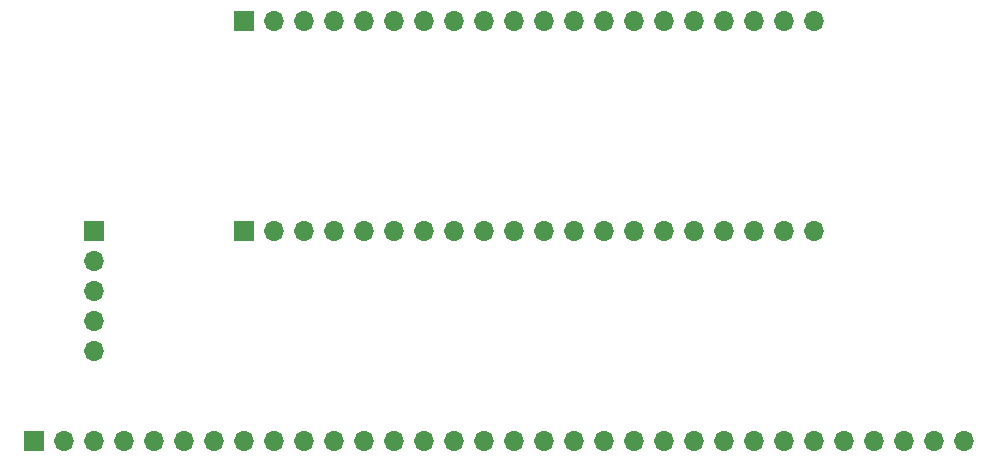
<source format=gbr>
%TF.GenerationSoftware,KiCad,Pcbnew,7.0.5*%
%TF.CreationDate,2023-06-09T17:20:22+02:00*%
%TF.ProjectId,Sorbus-Chipset-PurplePico,536f7262-7573-42d4-9368-69707365742d,rev?*%
%TF.SameCoordinates,Original*%
%TF.FileFunction,Soldermask,Top*%
%TF.FilePolarity,Negative*%
%FSLAX46Y46*%
G04 Gerber Fmt 4.6, Leading zero omitted, Abs format (unit mm)*
G04 Created by KiCad (PCBNEW 7.0.5) date 2023-06-09 17:20:22*
%MOMM*%
%LPD*%
G01*
G04 APERTURE LIST*
%ADD10R,1.700000X1.700000*%
%ADD11O,1.700000X1.700000*%
G04 APERTURE END LIST*
D10*
%TO.C,J3*%
X45720000Y-27940000D03*
D11*
X48260000Y-27940000D03*
X50800000Y-27940000D03*
X53340000Y-27940000D03*
X55880000Y-27940000D03*
X58420000Y-27940000D03*
X60960000Y-27940000D03*
X63500000Y-27940000D03*
X66040000Y-27940000D03*
X68580000Y-27940000D03*
X71120000Y-27940000D03*
X73660000Y-27940000D03*
X76200000Y-27940000D03*
X78740000Y-27940000D03*
X81280000Y-27940000D03*
X83820000Y-27940000D03*
X86360000Y-27940000D03*
X88900000Y-27940000D03*
X91440000Y-27940000D03*
X93980000Y-27940000D03*
%TD*%
D10*
%TO.C,J2*%
X45720000Y-45720000D03*
D11*
X48260000Y-45720000D03*
X50800000Y-45720000D03*
X53340000Y-45720000D03*
X55880000Y-45720000D03*
X58420000Y-45720000D03*
X60960000Y-45720000D03*
X63500000Y-45720000D03*
X66040000Y-45720000D03*
X68580000Y-45720000D03*
X71120000Y-45720000D03*
X73660000Y-45720000D03*
X76200000Y-45720000D03*
X78740000Y-45720000D03*
X81280000Y-45720000D03*
X83820000Y-45720000D03*
X86360000Y-45720000D03*
X88900000Y-45720000D03*
X91440000Y-45720000D03*
X93980000Y-45720000D03*
%TD*%
D10*
%TO.C,J4*%
X33020000Y-45720000D03*
D11*
X33020000Y-48260000D03*
X33020000Y-50800000D03*
X33020000Y-53340000D03*
X33020000Y-55880000D03*
%TD*%
D10*
%TO.C,J1*%
X27940000Y-63500000D03*
D11*
X30480000Y-63500000D03*
X33020000Y-63500000D03*
X35560000Y-63500000D03*
X38100000Y-63500000D03*
X40640000Y-63500000D03*
X43180000Y-63500000D03*
X45720000Y-63500000D03*
X48260000Y-63500000D03*
X50800000Y-63500000D03*
X53340000Y-63500000D03*
X55880000Y-63500000D03*
X58420000Y-63500000D03*
X60960000Y-63500000D03*
X63500000Y-63500000D03*
X66040000Y-63500000D03*
X68580000Y-63500000D03*
X71120000Y-63500000D03*
X73660000Y-63500000D03*
X76200000Y-63500000D03*
X78740000Y-63500000D03*
X81280000Y-63500000D03*
X83820000Y-63500000D03*
X86360000Y-63500000D03*
X88900000Y-63500000D03*
X91440000Y-63500000D03*
X93980000Y-63500000D03*
X96520000Y-63500000D03*
X99060000Y-63500000D03*
X101600000Y-63500000D03*
X104140000Y-63500000D03*
X106680000Y-63500000D03*
%TD*%
M02*

</source>
